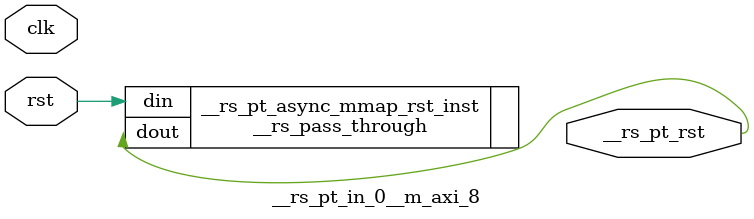
<source format=v>
`timescale 1 ns / 1 ps
/**   Generated by RapidStream   **/
module __rs_pt_in_0__m_axi_8 #(
    parameter BufferSize         = 32,
    parameter BufferSizeLog      = 5,
    parameter AddrWidth          = 64,
    parameter AxiSideAddrWidth   = 64,
    parameter DataWidth          = 512,
    parameter DataWidthBytesLog  = 6,
    parameter WaitTimeWidth      = 4,
    parameter BurstLenWidth      = 8,
    parameter EnableReadChannel  = 1,
    parameter EnableWriteChannel = 1,
    parameter MaxWaitTime        = 3,
    parameter MaxBurstLen        = 15
) (
    output wire __rs_pt_rst,
    input wire  clk,
    input wire  rst
);




__rs_pass_through #(
    .WIDTH (1)
) __rs_pt_async_mmap_rst_inst /**   Generated by RapidStream   **/ (
    .din  (rst),
    .dout (__rs_pt_rst)
);

endmodule  // __rs_pt_in_0__m_axi_8
</source>
